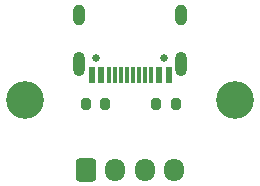
<source format=gbr>
%TF.GenerationSoftware,KiCad,Pcbnew,(7.0.0-0)*%
%TF.CreationDate,2023-03-15T20:38:16-05:00*%
%TF.ProjectId,USB-C Breakout,5553422d-4320-4427-9265-616b6f75742e,0*%
%TF.SameCoordinates,Original*%
%TF.FileFunction,Soldermask,Top*%
%TF.FilePolarity,Negative*%
%FSLAX46Y46*%
G04 Gerber Fmt 4.6, Leading zero omitted, Abs format (unit mm)*
G04 Created by KiCad (PCBNEW (7.0.0-0)) date 2023-03-15 20:38:16*
%MOMM*%
%LPD*%
G01*
G04 APERTURE LIST*
G04 Aperture macros list*
%AMRoundRect*
0 Rectangle with rounded corners*
0 $1 Rounding radius*
0 $2 $3 $4 $5 $6 $7 $8 $9 X,Y pos of 4 corners*
0 Add a 4 corners polygon primitive as box body*
4,1,4,$2,$3,$4,$5,$6,$7,$8,$9,$2,$3,0*
0 Add four circle primitives for the rounded corners*
1,1,$1+$1,$2,$3*
1,1,$1+$1,$4,$5*
1,1,$1+$1,$6,$7*
1,1,$1+$1,$8,$9*
0 Add four rect primitives between the rounded corners*
20,1,$1+$1,$2,$3,$4,$5,0*
20,1,$1+$1,$4,$5,$6,$7,0*
20,1,$1+$1,$6,$7,$8,$9,0*
20,1,$1+$1,$8,$9,$2,$3,0*%
G04 Aperture macros list end*
%ADD10RoundRect,0.200000X0.200000X0.275000X-0.200000X0.275000X-0.200000X-0.275000X0.200000X-0.275000X0*%
%ADD11RoundRect,0.200000X-0.200000X-0.275000X0.200000X-0.275000X0.200000X0.275000X-0.200000X0.275000X0*%
%ADD12C,3.200000*%
%ADD13RoundRect,0.250000X-0.600000X-0.725000X0.600000X-0.725000X0.600000X0.725000X-0.600000X0.725000X0*%
%ADD14O,1.700000X1.950000*%
%ADD15C,0.650000*%
%ADD16R,0.600000X1.450000*%
%ADD17R,0.300000X1.450000*%
%ADD18O,1.000000X2.100000*%
%ADD19O,1.000000X1.800000*%
G04 APERTURE END LIST*
D10*
%TO.C,R2*%
X140025000Y-99350000D03*
X138375000Y-99350000D03*
%TD*%
D11*
%TO.C,R1*%
X144350000Y-99350000D03*
X146000000Y-99350000D03*
%TD*%
D12*
%TO.C,H1*%
X133250000Y-99000000D03*
%TD*%
%TO.C,H2*%
X151040170Y-99000000D03*
%TD*%
D13*
%TO.C,J2*%
X138395085Y-104900000D03*
D14*
X140895084Y-104899999D03*
X143395084Y-104899999D03*
X145895084Y-104899999D03*
%TD*%
D15*
%TO.C,J1*%
X145035085Y-95450000D03*
X139255085Y-95450000D03*
D16*
X145395084Y-96864999D03*
X144595084Y-96864999D03*
D17*
X143395084Y-96864999D03*
X142395084Y-96864999D03*
X141895084Y-96864999D03*
X140895084Y-96864999D03*
D16*
X139695084Y-96864999D03*
X138895084Y-96864999D03*
X138895084Y-96864999D03*
X139695084Y-96864999D03*
D17*
X140395084Y-96864999D03*
X141395084Y-96864999D03*
X142895084Y-96864999D03*
X143895084Y-96864999D03*
D16*
X144595084Y-96864999D03*
X145395084Y-96864999D03*
D18*
X146465084Y-95949999D03*
D19*
X146465084Y-91769999D03*
D18*
X137825084Y-95949999D03*
D19*
X137825084Y-91769999D03*
%TD*%
M02*

</source>
